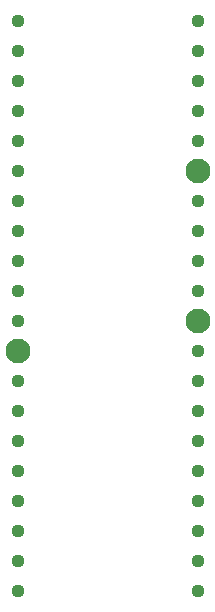
<source format=gbr>
G04 EAGLE Gerber RS-274X export*
G75*
%MOMM*%
%FSLAX34Y34*%
%LPD*%
%INSoldermask Bottom*%
%IPPOS*%
%AMOC8*
5,1,8,0,0,1.08239X$1,22.5*%
G01*
%ADD10C,1.127000*%
%ADD11C,2.100000*%


D10*
X0Y0D03*
X0Y25400D03*
X0Y50800D03*
X0Y76200D03*
X0Y101600D03*
X0Y127000D03*
X0Y152400D03*
X0Y177800D03*
X0Y203200D03*
X0Y228600D03*
X0Y254000D03*
X0Y279400D03*
X0Y304800D03*
X0Y330200D03*
X0Y355600D03*
X0Y381000D03*
X0Y406400D03*
X0Y431800D03*
X0Y457200D03*
X0Y482600D03*
X152400Y0D03*
X152400Y25400D03*
X152400Y50800D03*
X152400Y76200D03*
X152400Y101600D03*
X152400Y127000D03*
X152400Y152400D03*
X152400Y177800D03*
X152400Y203200D03*
X152400Y228600D03*
X152400Y254000D03*
X152400Y279400D03*
X152400Y304800D03*
X152400Y330200D03*
X152400Y355600D03*
X152400Y381000D03*
X152400Y406400D03*
X152400Y431800D03*
X152400Y457200D03*
X152400Y482600D03*
D11*
X152400Y355600D03*
X152400Y228600D03*
X0Y203200D03*
M02*

</source>
